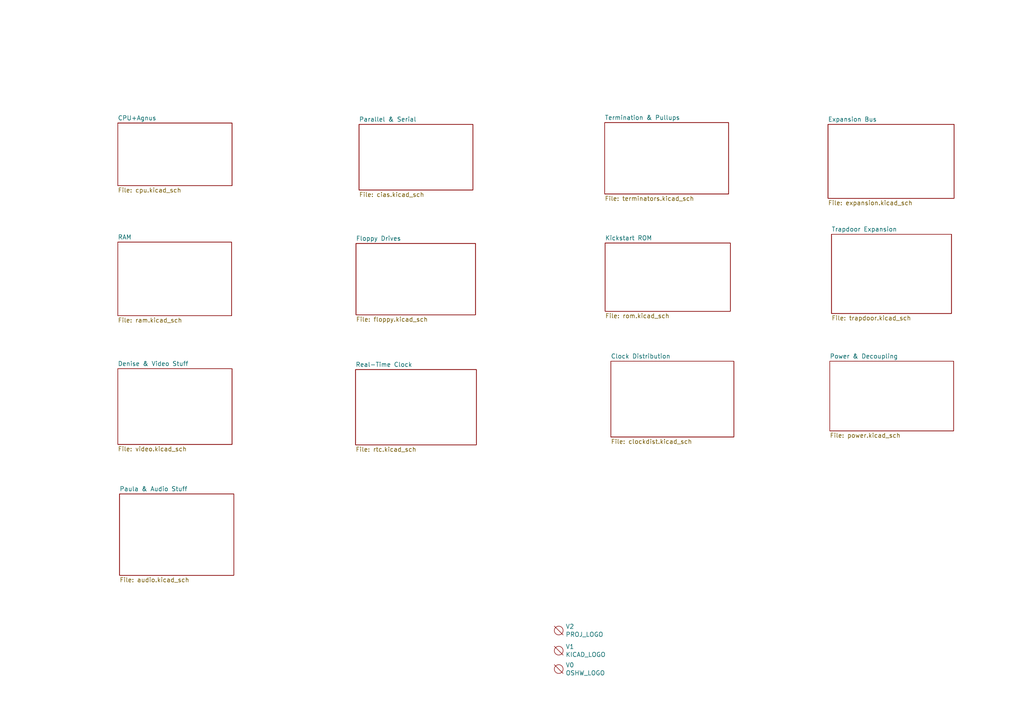
<source format=kicad_sch>
(kicad_sch (version 20250114) (generator "eeschema") (generator_version "9.0")
  (paper "A4")
  (title_block (title "Rämixx500") (date "2021-05-26") (rev "1") (company "SukkoPera") (comment 4 "Licensed under CC BY-NC-SA 4.0"))
  (lib_symbols
    (symbol "void:Void" (pin_numbers (hide yes)) (pin_names (offset 0) (hide yes))
      (property "Reference" "V" (at 0 -2.54 0))
      (property "Value" "Void" (at 0 2.54 0))
      (symbol "Void_0_1"
        (polyline (pts (xy -1.27 1.27) (xy 1.27 -1.27)))
        (circle (center 0 0) (radius 1.27))
      )
    )
  )
  (symbol (lib_id "void:Void") (at 162.052 182.88 0) (unit 1)
    (property "Reference" "V2" (at 164.0332 181.7116 0) (effects (justify left)))
    (property "Value" "PROJ_LOGO" (at 164.0332 184.023 0) (effects (justify left)))
    (property "Footprint" "Raemixx500:Logo" (effects (hide yes)))
    (property "MFG Name" "SKIP" (effects (hide yes)))
    (property "MFG Part Num" "SKIP" (effects (hide yes)))
    (property "Section" "SKIP" (effects (hide yes)))
  )
  (symbol (lib_id "void:Void") (at 162.052 194.056 0) (unit 1)
    (property "Reference" "V0" (at 164.0332 192.8876 0) (effects (justify left)))
    (property "Value" "OSHW_LOGO" (at 164.0332 195.199 0) (effects (justify left)))
    (property "Footprint" "Raemixx500:cc_by_nc_sa" (effects (hide yes)))
    (property "MFG Name" "SKIP" (effects (hide yes)))
    (property "MFG Part Num" "SKIP" (effects (hide yes)))
    (property "Section" "SKIP" (effects (hide yes)))
  )
  (symbol (lib_id "void:Void") (at 162.052 188.722 0) (unit 1)
    (property "Reference" "V1" (at 164.0332 187.5536 0) (effects (justify left)))
    (property "Value" "KICAD_LOGO" (at 164.0332 189.865 0) (effects (justify left)))
    (property "Footprint" "Symbol:KiCad-Logo2_6mm_SilkScreen" (effects (hide yes)))
    (property "MFG Name" "SKIP" (effects (hide yes)))
    (property "MFG Part Num" "SKIP" (effects (hide yes)))
    (property "Section" "SKIP" (effects (hide yes)))
  )
  (sheet (at 34.163 35.687) (size 33.147 18.161)
    (property "Sheetname" "CPU+Agnus" (at 34.163 34.9754 0) (effects (justify left bottom)))
    (property "Sheetfile" "cpu.kicad_sch" (at 34.163 54.4326 0) (effects (justify left top)))
  )
  (sheet (at 34.163 106.934) (size 33.147 21.971)
    (property "Sheetname" "Denise & Video Stuff" (at 34.163 106.2224 0) (effects (justify left bottom)))
    (property "Sheetfile" "video.kicad_sch" (at 34.163 129.4896 0) (effects (justify left top)))
  )
  (sheet (at 103.124 107.188) (size 35.052 21.844)
    (property "Sheetname" "Real-Time Clock" (at 103.124 106.4764 0) (effects (justify left bottom)))
    (property "Sheetfile" "rtc.kicad_sch" (at 103.124 129.6166 0) (effects (justify left top)))
  )
  (sheet (at 241.173 67.945) (size 34.798 22.987)
    (property "Sheetname" "Trapdoor Expansion" (at 241.173 67.2334 0) (effects (justify left bottom)))
    (property "Sheetfile" "trapdoor.kicad_sch" (at 241.173 91.5166 0) (effects (justify left top)))
  )
  (sheet (at 34.671 143.256) (size 33.147 23.622)
    (property "Sheetname" "Paula & Audio Stuff" (at 34.671 142.5444 0) (effects (justify left bottom)))
    (property "Sheetfile" "audio.kicad_sch" (at 34.671 167.4626 0) (effects (justify left top)))
  )
  (sheet (at 175.387 35.56) (size 35.941 20.701)
    (property "Sheetname" "Termination & Pullups" (at 175.387 34.8484 0) (effects (justify left bottom)))
    (property "Sheetfile" "terminators.kicad_sch" (at 175.387 56.8456 0) (effects (justify left top)))
  )
  (sheet (at 175.514 70.485) (size 36.322 19.812)
    (property "Sheetname" "Kickstart ROM" (at 175.514 69.7734 0) (effects (justify left bottom)))
    (property "Sheetfile" "rom.kicad_sch" (at 175.514 90.8816 0) (effects (justify left top)))
  )
  (sheet (at 177.165 104.775) (size 35.687 21.971)
    (property "Sheetname" "Clock Distribution" (at 177.165 104.0634 0) (effects (justify left bottom)))
    (property "Sheetfile" "clockdist.kicad_sch" (at 177.165 127.3306 0) (effects (justify left top)))
  )
  (sheet (at 104.14 36.068) (size 33.02 19.05)
    (property "Sheetname" "Parallel & Serial" (at 104.14 35.3564 0) (effects (justify left bottom)))
    (property "Sheetfile" "cias.kicad_sch" (at 104.14 55.7026 0) (effects (justify left top)))
  )
  (sheet (at 240.157 36.068) (size 36.576 21.463)
    (property "Sheetname" "Expansion Bus" (at 240.157 35.3564 0) (effects (justify left bottom)))
    (property "Sheetfile" "expansion.kicad_sch" (at 240.157 58.1156 0) (effects (justify left top)))
  )
  (sheet (at 240.665 104.775) (size 35.941 20.193)
    (property "Sheetname" "Power & Decoupling" (at 240.665 104.0634 0) (effects (justify left bottom)))
    (property "Sheetfile" "power.kicad_sch" (at 240.665 125.5526 0) (effects (justify left top)))
  )
  (sheet (at 34.163 70.231) (size 33.02 21.336)
    (property "Sheetname" "RAM" (at 34.163 69.5194 0) (effects (justify left bottom)))
    (property "Sheetfile" "ram.kicad_sch" (at 34.163 92.1516 0) (effects (justify left top)))
  )
  (sheet (at 103.251 70.612) (size 34.671 20.701)
    (property "Sheetname" "Floppy Drives" (at 103.251 69.9004 0) (effects (justify left bottom)))
    (property "Sheetfile" "floppy.kicad_sch" (at 103.251 91.8976 0) (effects (justify left top)))
  )
)
</source>
